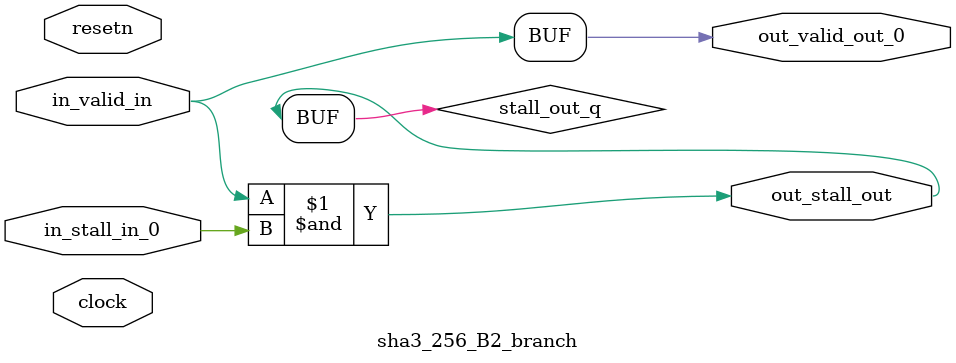
<source format=sv>



(* altera_attribute = "-name AUTO_SHIFT_REGISTER_RECOGNITION OFF; -name MESSAGE_DISABLE 10036; -name MESSAGE_DISABLE 10037; -name MESSAGE_DISABLE 14130; -name MESSAGE_DISABLE 14320; -name MESSAGE_DISABLE 15400; -name MESSAGE_DISABLE 14130; -name MESSAGE_DISABLE 10036; -name MESSAGE_DISABLE 12020; -name MESSAGE_DISABLE 12030; -name MESSAGE_DISABLE 12010; -name MESSAGE_DISABLE 12110; -name MESSAGE_DISABLE 14320; -name MESSAGE_DISABLE 13410; -name MESSAGE_DISABLE 113007; -name MESSAGE_DISABLE 10958" *)
module sha3_256_B2_branch (
    input wire [0:0] in_stall_in_0,
    input wire [0:0] in_valid_in,
    output wire [0:0] out_stall_out,
    output wire [0:0] out_valid_out_0,
    input wire clock,
    input wire resetn
    );

    wire [0:0] stall_out_q;


    // stall_out(LOGICAL,6)
    assign stall_out_q = in_valid_in & in_stall_in_0;

    // out_stall_out(GPOUT,4)
    assign out_stall_out = stall_out_q;

    // out_valid_out_0(GPOUT,5)
    assign out_valid_out_0 = in_valid_in;

endmodule

</source>
